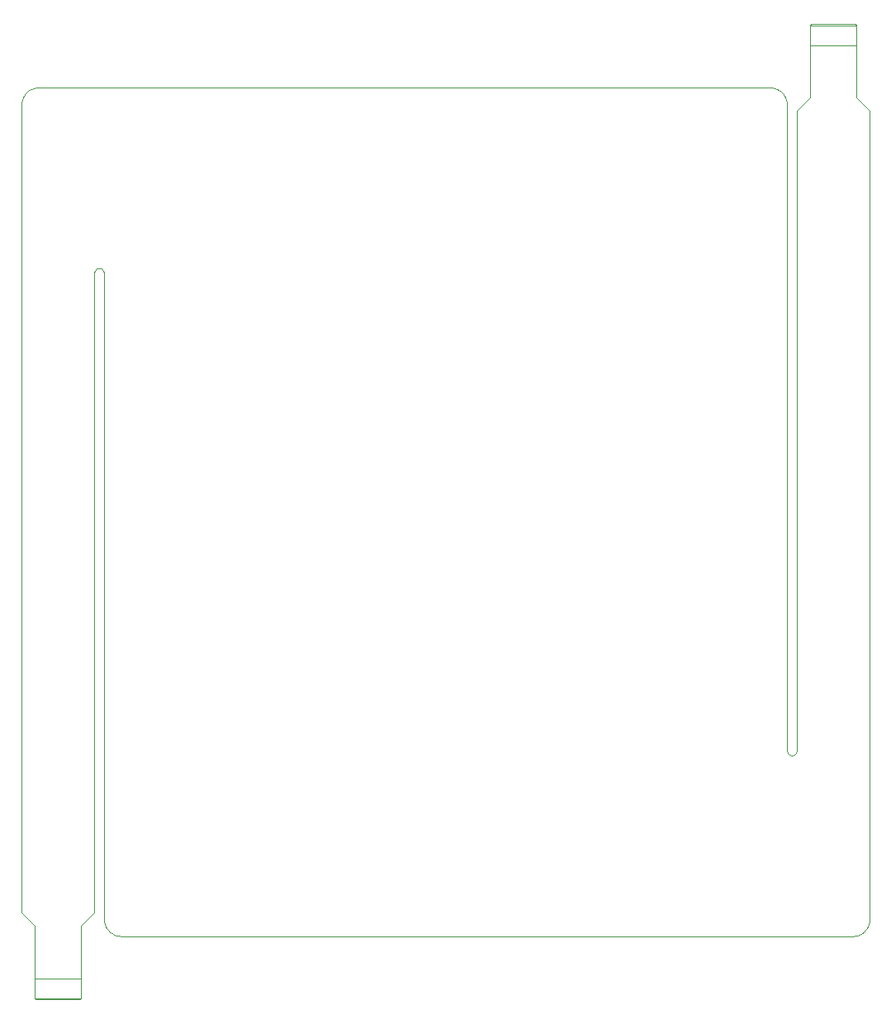
<source format=gm1>
G04*
G04 #@! TF.GenerationSoftware,Altium Limited,Altium Designer,23.8.1 (32)*
G04*
G04 Layer_Color=16711935*
%FSLAX25Y25*%
%MOIN*%
G70*
G04*
G04 #@! TF.SameCoordinates,E08CAFE3-3647-4911-8EA2-20DD2F02231A*
G04*
G04*
G04 #@! TF.FilePolarity,Positive*
G04*
G01*
G75*
%ADD69C,0.00039*%
D69*
X-164360Y171260D02*
X-165342Y171190D01*
X-166304Y170980D01*
X-167226Y170636D01*
X-168090Y170165D01*
X-168878Y169574D01*
X-169574Y168878D01*
X-170164Y168090D01*
X-170636Y167226D01*
X-170980Y166304D01*
X-171189Y165342D01*
X-171260Y164360D01*
X137795D02*
X137725Y165342D01*
X137516Y166304D01*
X137172Y167226D01*
X136700Y168090D01*
X136110Y168878D01*
X135414Y169574D01*
X134626Y170165D01*
X133762Y170636D01*
X132839Y170980D01*
X131877Y171190D01*
X130895Y171260D01*
X164360Y-171260D02*
X165342Y-171190D01*
X166304Y-170980D01*
X167226Y-170636D01*
X168090Y-170165D01*
X168878Y-169574D01*
X169575Y-168878D01*
X170165Y-168090D01*
X170636Y-167226D01*
X170980Y-166304D01*
X171190Y-165342D01*
X171260Y-164360D01*
X-137795D02*
X-137725Y-165342D01*
X-137516Y-166304D01*
X-137172Y-167226D01*
X-136700Y-168090D01*
X-136110Y-168878D01*
X-135414Y-169574D01*
X-134626Y-170165D01*
X-133762Y-170636D01*
X-132839Y-170980D01*
X-131877Y-171190D01*
X-130895Y-171260D01*
X-137795Y-98425D02*
X-137795Y-98425D01*
X171260Y-98425D02*
X171260Y-98425D01*
X139764D02*
X140748Y-98162D01*
X141469Y-97441D01*
X141732Y-96457D01*
X-137795Y96457D02*
X-138059Y97441D01*
X-138779Y98162D01*
X-139764Y98425D01*
X137795Y-96457D02*
X138059Y-97441D01*
X138780Y-98162D01*
X139764Y-98425D01*
X-139764Y98425D02*
X-140748Y98162D01*
X-141469Y97441D01*
X-141732Y96457D01*
X165945Y167126D02*
X171260Y161811D01*
X165945Y167126D02*
X165945Y196260D01*
X165354Y196850D02*
X165945Y196260D01*
X147047D02*
X147638Y196851D01*
X147047Y167126D02*
X147047Y196260D01*
X141732Y161811D02*
X147047Y167126D01*
X-171260Y-161811D02*
X-165945Y-167126D01*
X-165945Y-196260D02*
X-165945Y-167126D01*
X-147638Y-196850D02*
X-147047Y-196260D01*
X-165355Y-196850D02*
X-147638D01*
X-165945Y-196260D02*
X-165355Y-196850D01*
X-147047Y-196260D02*
Y-167126D01*
X-147047D02*
X-147047D01*
X-147047Y-167126D02*
X-141732Y-161811D01*
X147047Y188386D02*
Y196260D01*
X165945Y188386D02*
Y196260D01*
X147047D02*
X165945D01*
X147047Y188386D02*
X165945D01*
X-147047Y-196260D02*
Y-188386D01*
X-165945Y-196260D02*
Y-188386D01*
Y-196260D02*
X-147047D01*
X-165945Y-188386D02*
X-147047D01*
X171260Y-164360D02*
Y-98425D01*
X171260D01*
X-137795Y-164360D02*
X-137795D01*
X-171260Y98425D02*
Y164360D01*
X-164360Y171260D02*
X130895D01*
X137795Y-96457D02*
X137795Y164360D01*
X-130895Y-171260D02*
X164358Y-171260D01*
X-137795Y-164360D02*
X-137795Y96457D01*
X141732Y161811D02*
X141732Y-96457D01*
X147638Y196850D02*
X159449D01*
X165354D01*
X171260Y-98425D02*
X171260Y161811D01*
X-141732Y-161811D02*
X-141732Y-137795D01*
X-141732Y96457D02*
X-141732Y-137795D01*
X-171260Y-161811D02*
X-171260Y98425D01*
X-141732Y-161811D02*
Y-161811D01*
X-164360Y-196850D02*
X-151575D01*
M02*

</source>
